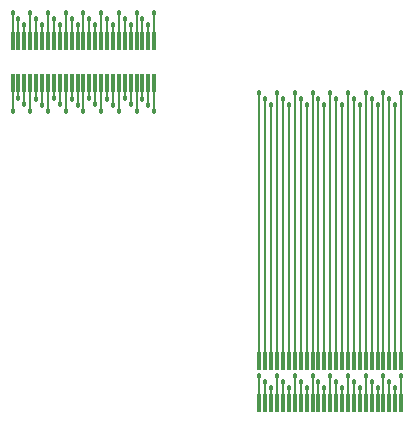
<source format=gbl>
G04*
G04 #@! TF.GenerationSoftware,Altium Limited,Altium Designer,18.0.12 (696)*
G04*
G04 Layer_Physical_Order=2*
G04 Layer_Color=16711680*
%FSLAX25Y25*%
%MOIN*%
G70*
G01*
G75*
%ADD12C,0.00600*%
%ADD13C,0.01800*%
%ADD14R,0.01181X0.06299*%
D12*
X417323Y203937D02*
Y207387D01*
X417323Y207387D02*
X417323Y207387D01*
X335039Y310728D02*
Y319886D01*
X333071Y310728D02*
Y315823D01*
X331102Y310728D02*
Y317854D01*
X411417Y203937D02*
Y207387D01*
X411417Y207387D02*
X411417Y207387D01*
X329134Y310728D02*
Y319886D01*
X327165Y310728D02*
Y315917D01*
X325197Y310728D02*
Y318008D01*
X323228Y310728D02*
Y319980D01*
X321260Y310728D02*
Y315823D01*
X319291Y310728D02*
Y317854D01*
X317323Y310728D02*
Y319886D01*
X315354Y310728D02*
Y315917D01*
X395669Y269937D02*
X395669Y269937D01*
X395669Y203937D02*
Y269937D01*
X313386Y310728D02*
Y318008D01*
X287795Y310728D02*
Y319980D01*
X289764Y310728D02*
Y318008D01*
X291732Y310728D02*
Y315917D01*
X293701Y310728D02*
Y319886D01*
X377953Y203937D02*
Y291181D01*
X295669Y310728D02*
Y317854D01*
X297638Y310728D02*
Y315823D01*
X299606Y310728D02*
Y319980D01*
X383858Y207387D02*
X383858Y207387D01*
X383858Y203937D02*
Y207387D01*
X301575Y310728D02*
Y318008D01*
X385827Y207387D02*
X385827Y207387D01*
X385827Y203937D02*
Y207387D01*
X303543Y310728D02*
Y315917D01*
X305512Y310728D02*
Y319886D01*
X389764Y207387D02*
X389764Y207387D01*
X389764Y203937D02*
Y207387D01*
X307480Y310728D02*
Y317854D01*
X309449Y310728D02*
Y315823D01*
X311417Y310728D02*
Y319980D01*
X417323Y207387D02*
Y293213D01*
X415354Y203937D02*
Y289150D01*
X413386Y203937D02*
Y291181D01*
X411417Y207387D02*
Y293213D01*
X409449Y203937D02*
Y289244D01*
X407480Y203937D02*
Y291335D01*
X405512Y203937D02*
Y293307D01*
X403543Y203937D02*
Y289150D01*
X401575Y203937D02*
Y291181D01*
X399606Y203937D02*
Y293213D01*
X397638Y203937D02*
Y289244D01*
X395669Y269937D02*
Y291335D01*
X370079Y203937D02*
Y293307D01*
X372047Y203937D02*
Y291335D01*
X374016Y203937D02*
Y289244D01*
X375984Y203937D02*
Y293213D01*
X379921Y203937D02*
Y289150D01*
X381890Y203937D02*
Y293307D01*
X383858Y207387D02*
Y291335D01*
X385827Y207387D02*
Y289244D01*
X387795Y203937D02*
Y293213D01*
X389764Y207387D02*
Y291181D01*
X391732Y203937D02*
Y289150D01*
X393701Y203937D02*
Y293307D01*
X417323Y189764D02*
Y198921D01*
X415354Y189764D02*
Y194858D01*
X413386Y189764D02*
Y196890D01*
X411417Y189764D02*
Y198921D01*
X409449Y189764D02*
Y194953D01*
X407480Y189764D02*
Y197043D01*
X405512Y189764D02*
Y199016D01*
X403543Y189764D02*
Y194858D01*
X401575Y189764D02*
Y196890D01*
X399606Y189764D02*
Y198921D01*
X397638Y189764D02*
Y194953D01*
X395669Y189764D02*
Y197043D01*
X370079Y189764D02*
Y199016D01*
X372047Y189764D02*
Y197043D01*
X374016Y189764D02*
Y194953D01*
X375984Y189764D02*
Y198921D01*
X377953Y189764D02*
Y196890D01*
X379921Y189764D02*
Y194858D01*
X381890Y189764D02*
Y199016D01*
X383858Y189764D02*
Y197043D01*
X385827Y189764D02*
Y194953D01*
X387795Y189764D02*
Y198921D01*
X389764Y189764D02*
Y196890D01*
X391732Y189764D02*
Y194858D01*
X393701Y189764D02*
Y199016D01*
X335039Y287303D02*
Y296555D01*
X333071Y289276D02*
Y296555D01*
X331102Y291366D02*
Y296555D01*
X329134Y287398D02*
Y296555D01*
X327165Y289429D02*
Y296555D01*
X325197Y291461D02*
Y296555D01*
X323228Y287303D02*
Y296555D01*
X321260Y289276D02*
Y296555D01*
X319291Y291366D02*
Y296555D01*
X317323Y287398D02*
Y296555D01*
X315354Y289429D02*
Y296555D01*
X313386Y291461D02*
Y296555D01*
X287795Y287398D02*
Y296555D01*
X289764Y291461D02*
Y296555D01*
X291732Y289429D02*
Y296555D01*
X293701Y287398D02*
Y296555D01*
X295669Y291366D02*
Y296555D01*
X297638Y289276D02*
Y296555D01*
X299606Y287303D02*
Y296555D01*
X301575Y291461D02*
Y296555D01*
X303543Y289429D02*
Y296555D01*
X305512Y287398D02*
Y296555D01*
X307480Y291366D02*
Y296555D01*
X309449Y289276D02*
Y296555D01*
X311417Y287303D02*
Y296555D01*
D13*
X335039Y319886D02*
D03*
X333071Y315823D02*
D03*
X331102Y317854D02*
D03*
X329134Y319886D02*
D03*
X327165Y315917D02*
D03*
X325197Y318008D02*
D03*
X323228Y319980D02*
D03*
X321260Y315823D02*
D03*
X319291Y317854D02*
D03*
X317323Y319886D02*
D03*
X315354Y315917D02*
D03*
X313386Y318008D02*
D03*
X287795Y319980D02*
D03*
X289764Y318008D02*
D03*
X291732Y315917D02*
D03*
X293701Y319886D02*
D03*
X295669Y317854D02*
D03*
X297638Y315823D02*
D03*
X299606Y319980D02*
D03*
X301575Y318008D02*
D03*
X303543Y315917D02*
D03*
X305512Y319886D02*
D03*
X307480Y317854D02*
D03*
X309449Y315823D02*
D03*
X311417Y319980D02*
D03*
X370079Y293307D02*
D03*
X372047Y291335D02*
D03*
X381890Y293307D02*
D03*
X417323Y293213D02*
D03*
X415354Y289150D02*
D03*
X413386Y291181D02*
D03*
X411417Y293213D02*
D03*
X409449Y289244D02*
D03*
X407480Y291335D02*
D03*
X405512Y293307D02*
D03*
X403543Y289150D02*
D03*
X401575Y291181D02*
D03*
X399606Y293213D02*
D03*
X397638Y289244D02*
D03*
X395669Y291335D02*
D03*
X393701Y293307D02*
D03*
X391732Y289150D02*
D03*
X389764Y291181D02*
D03*
X387795Y293213D02*
D03*
X385827Y289244D02*
D03*
X383858Y291335D02*
D03*
X379921Y289150D02*
D03*
X377953Y291181D02*
D03*
X375984Y293213D02*
D03*
X374016Y289244D02*
D03*
X415354Y194858D02*
D03*
X413386Y196890D02*
D03*
X411417Y198921D02*
D03*
X409449Y194953D02*
D03*
X407480Y197043D02*
D03*
X405512Y199016D02*
D03*
X403543Y194858D02*
D03*
X401575Y196890D02*
D03*
X399606Y198921D02*
D03*
X397638Y194953D02*
D03*
X395669Y197043D02*
D03*
X370079Y199016D02*
D03*
X372047Y197043D02*
D03*
X374016Y194953D02*
D03*
X375984Y198921D02*
D03*
X377953Y196890D02*
D03*
X379921Y194858D02*
D03*
X381890Y199016D02*
D03*
X383858Y197043D02*
D03*
X385827Y194953D02*
D03*
X387795Y198921D02*
D03*
X389764Y196890D02*
D03*
X391732Y194858D02*
D03*
X393701Y199016D02*
D03*
X417323Y198921D02*
D03*
X335039Y287303D02*
D03*
X333071Y289276D02*
D03*
X331102Y291366D02*
D03*
X329134Y287398D02*
D03*
X327165Y289429D02*
D03*
X325197Y291461D02*
D03*
X323228Y287303D02*
D03*
X321260Y289276D02*
D03*
X319291Y291366D02*
D03*
X317323Y287398D02*
D03*
X315354Y289429D02*
D03*
X313386Y291461D02*
D03*
X287795Y287398D02*
D03*
X289764Y291461D02*
D03*
X291732Y289429D02*
D03*
X293701Y287398D02*
D03*
X295669Y291366D02*
D03*
X297638Y289276D02*
D03*
X299606Y287303D02*
D03*
X301575Y291461D02*
D03*
X303543Y289429D02*
D03*
X305512Y287398D02*
D03*
X307480Y291366D02*
D03*
X309449Y289276D02*
D03*
X311417Y287303D02*
D03*
D14*
X293701Y310728D02*
D03*
X291732D02*
D03*
X297638D02*
D03*
X295669D02*
D03*
X289764D02*
D03*
X287795D02*
D03*
X307480D02*
D03*
X305512D02*
D03*
X311417D02*
D03*
X309449D02*
D03*
X301575D02*
D03*
X299606D02*
D03*
X303543D02*
D03*
X291732Y296555D02*
D03*
X289764D02*
D03*
X295669D02*
D03*
X293701D02*
D03*
X287795D02*
D03*
X305512D02*
D03*
X303543D02*
D03*
X309449D02*
D03*
X307480D02*
D03*
X299606D02*
D03*
X297638D02*
D03*
X301575D02*
D03*
X323228Y310728D02*
D03*
X321260D02*
D03*
X327165D02*
D03*
X325197D02*
D03*
X315354D02*
D03*
X313386D02*
D03*
X319291D02*
D03*
X317323D02*
D03*
X331102D02*
D03*
X329134D02*
D03*
X335039D02*
D03*
X333071D02*
D03*
X313386Y296555D02*
D03*
X311417D02*
D03*
X315354D02*
D03*
X319291D02*
D03*
X317323D02*
D03*
X321260D02*
D03*
X331102D02*
D03*
X329134D02*
D03*
X335039D02*
D03*
X333071D02*
D03*
X325197D02*
D03*
X323228D02*
D03*
X327165D02*
D03*
X370079Y189764D02*
D03*
Y203937D02*
D03*
X372047Y189764D02*
D03*
Y203937D02*
D03*
X374016Y189764D02*
D03*
Y203937D02*
D03*
X375984Y189764D02*
D03*
Y203937D02*
D03*
X377953Y189764D02*
D03*
Y203937D02*
D03*
X379921Y189764D02*
D03*
Y203937D02*
D03*
X381890Y189764D02*
D03*
Y203937D02*
D03*
X383858Y189764D02*
D03*
Y203937D02*
D03*
X385827Y189764D02*
D03*
Y203937D02*
D03*
X387795Y189764D02*
D03*
Y203937D02*
D03*
X389764Y189764D02*
D03*
Y203937D02*
D03*
X391732Y189764D02*
D03*
Y203937D02*
D03*
X393701Y189764D02*
D03*
Y203937D02*
D03*
X395669Y189764D02*
D03*
Y203937D02*
D03*
X397638Y189764D02*
D03*
Y203937D02*
D03*
X399606Y189764D02*
D03*
Y203937D02*
D03*
X401575Y189764D02*
D03*
Y203937D02*
D03*
X403543Y189764D02*
D03*
Y203937D02*
D03*
X405512Y189764D02*
D03*
Y203937D02*
D03*
X407480Y189764D02*
D03*
Y203937D02*
D03*
X409449Y189764D02*
D03*
Y203937D02*
D03*
X411417Y189764D02*
D03*
Y203937D02*
D03*
X413386Y189764D02*
D03*
Y203937D02*
D03*
X415354Y189764D02*
D03*
Y203937D02*
D03*
X417323Y189764D02*
D03*
Y203937D02*
D03*
M02*

</source>
